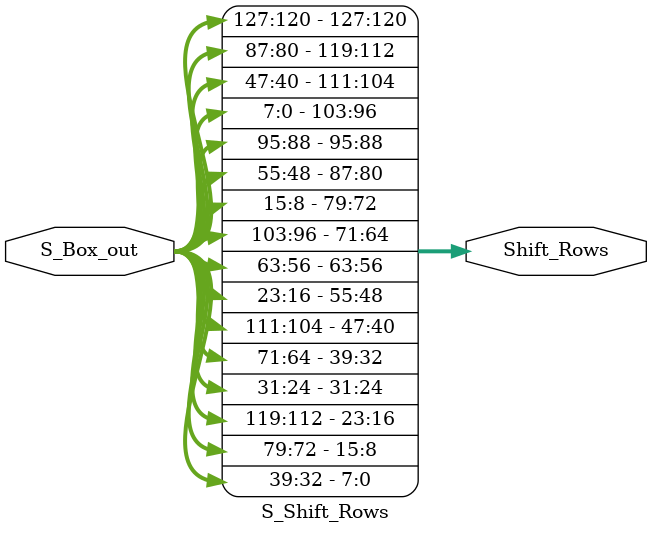
<source format=v>
module S_Shift_Rows(S_Box_out,Shift_Rows);
  input [127:0]S_Box_out;
  output [127:0]Shift_Rows;
  assign Shift_Rows[127:120] = S_Box_out[127:120];
  assign Shift_Rows[119:112] = S_Box_out[87:80];
  assign Shift_Rows[111:104] = S_Box_out[47:40];
  assign Shift_Rows[103:96]  = S_Box_out[7:0];
  assign Shift_Rows[95:88]   = S_Box_out[95:88];
  assign Shift_Rows[87:80]   = S_Box_out[55:48];
  assign Shift_Rows[79:72]   = S_Box_out[15:8];
  assign Shift_Rows[71:64]   = S_Box_out[103:96];
  assign Shift_Rows[63:56]   = S_Box_out[63:56];
  assign Shift_Rows[55:48]   = S_Box_out[23:16];
  assign Shift_Rows[47:40]   = S_Box_out[111:104];
  assign Shift_Rows[39:32]   = S_Box_out[71:64];
  assign Shift_Rows[31:24]   = S_Box_out[31:24];
  assign Shift_Rows[23:16]   = S_Box_out[119:112];
  assign Shift_Rows[15:8]    = S_Box_out[79:72];
  assign Shift_Rows[7:0]     = S_Box_out[39:32];
endmodule

</source>
